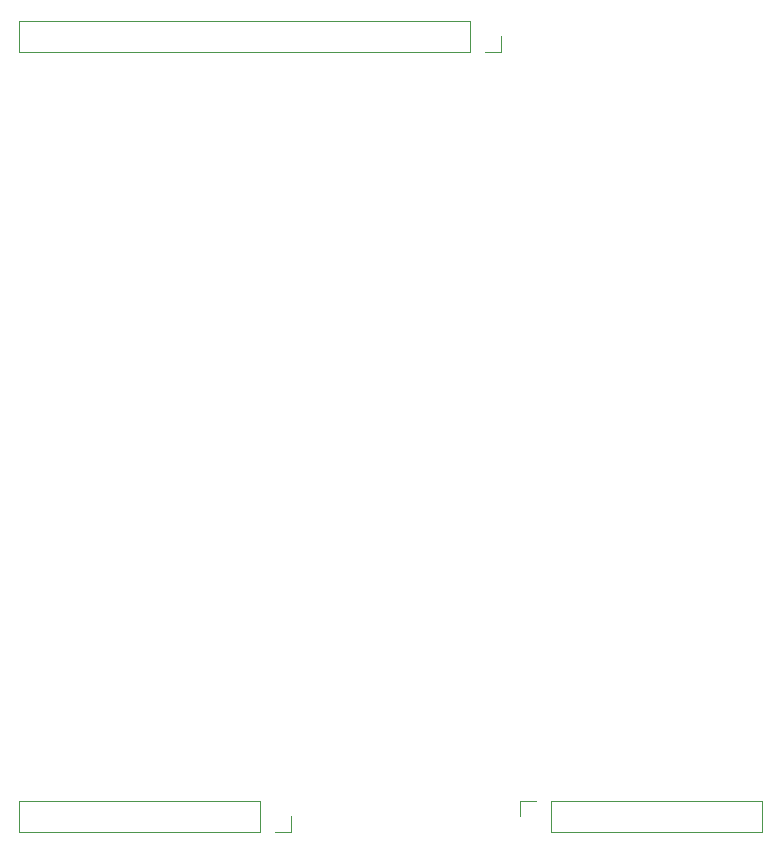
<source format=gbr>
%TF.GenerationSoftware,KiCad,Pcbnew,(5.1.10-1-10_14)*%
%TF.CreationDate,2021-11-08T19:33:34-05:00*%
%TF.ProjectId,RAM-MODULE,52414d2d-4d4f-4445-954c-452e6b696361,rev?*%
%TF.SameCoordinates,Original*%
%TF.FileFunction,Legend,Bot*%
%TF.FilePolarity,Positive*%
%FSLAX46Y46*%
G04 Gerber Fmt 4.6, Leading zero omitted, Abs format (unit mm)*
G04 Created by KiCad (PCBNEW (5.1.10-1-10_14)) date 2021-11-08 19:33:34*
%MOMM*%
%LPD*%
G01*
G04 APERTURE LIST*
%ADD10C,0.120000*%
G04 APERTURE END LIST*
D10*
%TO.C,J1*%
X3750000Y-169224000D02*
X3750000Y-166564000D01*
X24130000Y-169224000D02*
X3750000Y-169224000D01*
X24130000Y-166564000D02*
X3750000Y-166564000D01*
X24130000Y-169224000D02*
X24130000Y-166564000D01*
X25400000Y-169224000D02*
X26730000Y-169224000D01*
X26730000Y-169224000D02*
X26730000Y-167894000D01*
%TO.C,J3*%
X3750000Y-103184000D02*
X3750000Y-100524000D01*
X41910000Y-103184000D02*
X3750000Y-103184000D01*
X41910000Y-100524000D02*
X3750000Y-100524000D01*
X41910000Y-103184000D02*
X41910000Y-100524000D01*
X43180000Y-103184000D02*
X44510000Y-103184000D01*
X44510000Y-103184000D02*
X44510000Y-101854000D01*
%TO.C,J2*%
X66608000Y-166564000D02*
X66608000Y-169224000D01*
X48768000Y-166564000D02*
X66608000Y-166564000D01*
X48768000Y-169224000D02*
X66608000Y-169224000D01*
X48768000Y-166564000D02*
X48768000Y-169224000D01*
X47498000Y-166564000D02*
X46168000Y-166564000D01*
X46168000Y-166564000D02*
X46168000Y-167894000D01*
%TD*%
M02*

</source>
